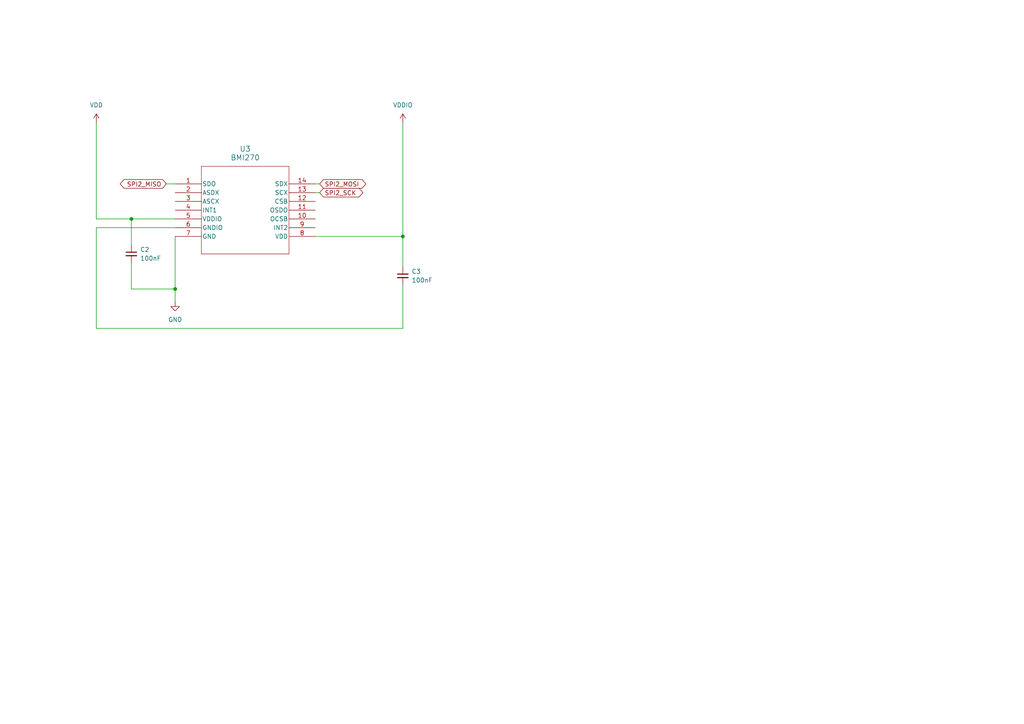
<source format=kicad_sch>
(kicad_sch (version 20250114) (generator "eeschema") (generator_version "9.0")
  (paper "A4")
  (lib_symbols
    (symbol "Device:C_Small" (pin_numbers (hide yes)) (pin_names (offset 0.254) (hide yes))
      (property "Reference" "C" (at 0.254 1.778 0))
      (property "Value" "C_Small" (at 0.254 -2.032 0))
      (symbol "C_Small_0_1"
        (polyline (pts (xy -1.524 0.508) (xy 1.524 0.508)) (stroke (width 0.3048)))
        (polyline (pts (xy -1.524 -0.508) (xy 1.524 -0.508)) (stroke (width 0.3302)))
      )
      (symbol "C_Small_1_1"
        (pin passive line (at 0 2.54 270) (length 2.032) (name "~") (number "1"))
        (pin passive line (at 0 -2.54 90) (length 2.032) (name "~") (number "2"))
      )
    )
    (symbol "Proto_IMU:BMI270" (pin_names (offset 0.254))
      (property "Reference" "U" (at 20.32 10.16 0))
      (property "Value" "BMI270" (at 20.32 7.62 0))
      (symbol "BMI270_0_1"
        (polyline (pts (xy 7.62 5.08) (xy 7.62 -20.32)) (stroke (width 0.127)))
        (polyline (pts (xy 7.62 -20.32) (xy 33.02 -20.32)) (stroke (width 0.127)))
        (polyline (pts (xy 33.02 5.08) (xy 7.62 5.08)) (stroke (width 0.127)))
        (polyline (pts (xy 33.02 -20.32) (xy 33.02 5.08)) (stroke (width 0.127)))
        (pin bidirectional line (at 0 0 0) (length 7.62) (name "SDO") (number "1"))
        (pin bidirectional line (at 0 -2.54 0) (length 7.62) (name "ASDX") (number "2"))
        (pin bidirectional line (at 0 -5.08 0) (length 7.62) (name "ASCX") (number "3"))
        (pin bidirectional line (at 0 -7.62 0) (length 7.62) (name "INT1") (number "4"))
        (pin power_in line (at 0 -10.16 0) (length 7.62) (name "VDDIO") (number "5"))
        (pin power_out line (at 0 -12.7 0) (length 7.62) (name "GNDIO") (number "6"))
        (pin power_out line (at 0 -15.24 0) (length 7.62) (name "GND") (number "7"))
        (pin bidirectional line (at 40.64 0 180) (length 7.62) (name "SDX") (number "14"))
        (pin input line (at 40.64 -2.54 180) (length 7.62) (name "SCX") (number "13"))
        (pin input line (at 40.64 -5.08 180) (length 7.62) (name "CSB") (number "12"))
        (pin output line (at 40.64 -7.62 180) (length 7.62) (name "OSDO") (number "11"))
        (pin input line (at 40.64 -10.16 180) (length 7.62) (name "OCSB") (number "10"))
        (pin bidirectional line (at 40.64 -12.7 180) (length 7.62) (name "INT2") (number "9"))
        (pin power_in line (at 40.64 -15.24 180) (length 7.62) (name "VDD") (number "8"))
      )
    )
    (symbol "power:GND" (power) (pin_numbers (hide yes)) (pin_names (offset 0) (hide yes))
      (property "Value" "GND" (at 0 -3.81 0))
      (symbol "GND_0_1"
        (polyline (pts (xy 0 0) (xy 0 -1.27) (xy 1.27 -1.27) (xy 0 -2.54) (xy -1.27 -1.27) (xy 0 -1.27)))
      )
      (symbol "GND_1_1"
        (pin power_in line (at 0 0 270) (length 0) (name "~") (number "1"))
      )
    )
    (symbol "power:VDD" (power) (pin_numbers (hide yes)) (pin_names (offset 0) (hide yes))
      (property "Value" "VDD" (at 0 3.556 0))
      (symbol "VDD_0_1"
        (polyline (pts (xy -0.762 1.27) (xy 0 2.54)))
        (polyline (pts (xy 0 2.54) (xy 0.762 1.27)))
        (polyline (pts (xy 0 0) (xy 0 2.54)))
      )
      (symbol "VDD_1_1"
        (pin power_in line (at 0 0 90) (length 0) (name "~") (number "1"))
      )
    )
  )
  (junction (at 50.8 83.82))
  (junction (at 116.84 68.58))
  (junction (at 38.1 63.5))
  (wire (pts (xy 38.1 83.82) (xy 50.8 83.82)))
  (wire (pts (xy 27.94 66.04) (xy 27.94 95.25)))
  (wire (pts (xy 38.1 63.5) (xy 27.94 63.5)))
  (wire (pts (xy 27.94 95.25) (xy 116.84 95.25)))
  (wire (pts (xy 91.44 53.34) (xy 92.71 53.34)))
  (wire (pts (xy 38.1 76.2) (xy 38.1 83.82)))
  (wire (pts (xy 116.84 77.47) (xy 116.84 68.58)))
  (wire (pts (xy 50.8 63.5) (xy 38.1 63.5)))
  (wire (pts (xy 48.26 53.34) (xy 50.8 53.34)))
  (wire (pts (xy 27.94 35.56) (xy 27.94 63.5)))
  (wire (pts (xy 50.8 66.04) (xy 27.94 66.04)))
  (wire (pts (xy 116.84 95.25) (xy 116.84 82.55)))
  (wire (pts (xy 91.44 68.58) (xy 116.84 68.58)))
  (wire (pts (xy 116.84 68.58) (xy 116.84 35.56)))
  (wire (pts (xy 38.1 63.5) (xy 38.1 71.12)))
  (wire (pts (xy 50.8 83.82) (xy 50.8 87.63)))
  (wire (pts (xy 50.8 68.58) (xy 50.8 83.82)))
  (wire (pts (xy 91.44 55.88) (xy 92.71 55.88)))
  (global_label "SPI2_MOSI" (shape bidirectional) (at 92.71 53.34 0) (property "Intersheetrefs" "${INTERSHEET_REFS}" (effects (hide yes))))
  (global_label "SPI2_SCK" (shape bidirectional) (at 92.71 55.88 0) (property "Intersheetrefs" "${INTERSHEET_REFS}" (effects (hide yes))))
  (global_label "SPI2_MISO" (shape bidirectional) (at 48.26 53.34 180) (property "Intersheetrefs" "${INTERSHEET_REFS}" (effects (hide yes))))
  (symbol (lib_id "power:VDD") (at 27.94 35.56 0) (unit 1)
    (property "Reference" "#PWR04" (effects (hide yes)))
    (property "Value" "VDD" (at 27.94 30.48 0))
    (property "Description" "Power symbol creates a global label with name \"VDD\"" (effects (hide yes)))
  )
  (symbol (lib_id "Device:C_Small") (at 116.84 80.01 0) (unit 1)
    (property "Reference" "C3" (at 119.38 78.7462 0) (effects (justify left)))
    (property "Value" "100nF" (at 119.38 81.2862 0) (effects (justify left)))
    (property "Description" "Unpolarized capacitor, small symbol" (effects (hide yes)))
  )
  (symbol (lib_id "power:VDD") (at 116.84 35.56 0) (unit 1)
    (property "Reference" "#PWR05" (effects (hide yes)))
    (property "Value" "VDDIO" (at 116.84 30.48 0))
    (property "Description" "Power symbol creates a global label with name \"VDD\"" (effects (hide yes)))
  )
  (symbol (lib_id "power:GND") (at 50.8 87.63 0) (unit 1)
    (property "Reference" "#PWR06" (effects (hide yes)))
    (property "Value" "GND" (at 50.8 92.71 0))
    (property "Description" "Power symbol creates a global label with name \"GND\" , ground" (effects (hide yes)))
  )
  (symbol (lib_id "Device:C_Small") (at 38.1 73.66 0) (unit 1)
    (property "Reference" "C2" (at 40.64 72.3962 0) (effects (justify left)))
    (property "Value" "100nF" (at 40.64 74.9362 0) (effects (justify left)))
    (property "Description" "Unpolarized capacitor, small symbol" (effects (hide yes)))
  )
  (symbol (lib_id "Proto_IMU:BMI270") (at 50.8 53.34 0) (unit 1)
    (property "Reference" "U3" (at 71.12 43.18 0) (effects (font (size 1.524 1.524))))
    (property "Value" "BMI270" (at 71.12 45.72 0) (effects (font (size 1.524 1.524))))
    (property "Footprint" "Prototypical:BMI270_BOS" (effects (hide yes)))
    (property "Datasheet" "BMI270" (effects (hide yes)))
  )
)
</source>
